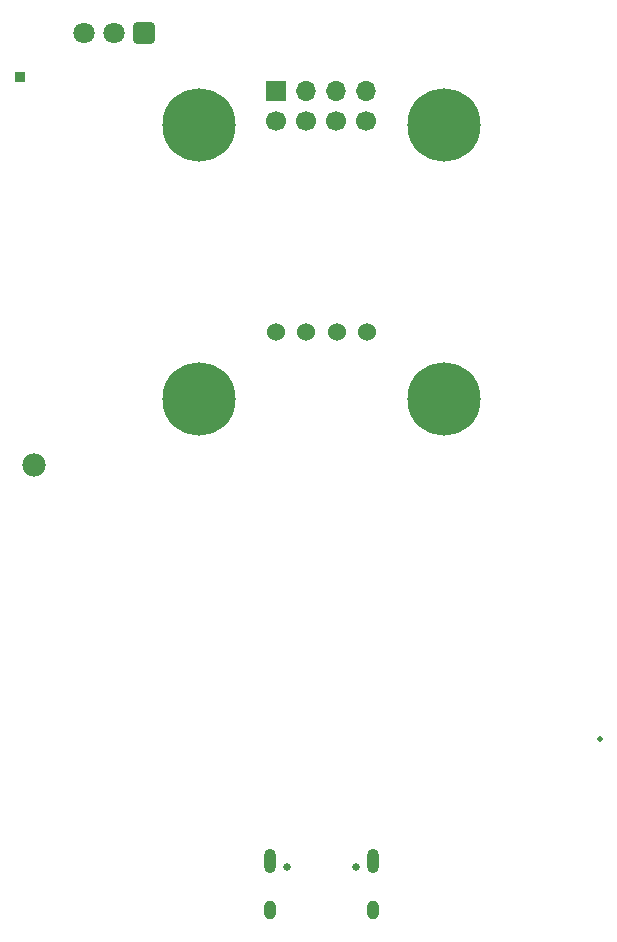
<source format=gbr>
G04 #@! TF.GenerationSoftware,KiCad,Pcbnew,6.0.11-2627ca5db0~126~ubuntu20.04.1*
G04 #@! TF.CreationDate,2023-09-01T18:57:17-05:00*
G04 #@! TF.ProjectId,iot-badge-915,696f742d-6261-4646-9765-2d3931352e6b,rev?*
G04 #@! TF.SameCoordinates,Original*
G04 #@! TF.FileFunction,Soldermask,Bot*
G04 #@! TF.FilePolarity,Negative*
%FSLAX46Y46*%
G04 Gerber Fmt 4.6, Leading zero omitted, Abs format (unit mm)*
G04 Created by KiCad (PCBNEW 6.0.11-2627ca5db0~126~ubuntu20.04.1) date 2023-09-01 18:57:17*
%MOMM*%
%LPD*%
G01*
G04 APERTURE LIST*
G04 Aperture macros list*
%AMRoundRect*
0 Rectangle with rounded corners*
0 $1 Rounding radius*
0 $2 $3 $4 $5 $6 $7 $8 $9 X,Y pos of 4 corners*
0 Add a 4 corners polygon primitive as box body*
4,1,4,$2,$3,$4,$5,$6,$7,$8,$9,$2,$3,0*
0 Add four circle primitives for the rounded corners*
1,1,$1+$1,$2,$3*
1,1,$1+$1,$4,$5*
1,1,$1+$1,$6,$7*
1,1,$1+$1,$8,$9*
0 Add four rect primitives between the rounded corners*
20,1,$1+$1,$2,$3,$4,$5,0*
20,1,$1+$1,$4,$5,$6,$7,0*
20,1,$1+$1,$6,$7,$8,$9,0*
20,1,$1+$1,$8,$9,$2,$3,0*%
G04 Aperture macros list end*
%ADD10C,0.500000*%
%ADD11C,1.980000*%
%ADD12C,0.650000*%
%ADD13O,1.000000X2.100000*%
%ADD14O,1.000000X1.600000*%
%ADD15C,6.200000*%
%ADD16C,1.700000*%
%ADD17C,1.524000*%
%ADD18RoundRect,0.248400X0.651600X0.651600X-0.651600X0.651600X-0.651600X-0.651600X0.651600X-0.651600X0*%
%ADD19C,1.800000*%
%ADD20R,0.850000X0.850000*%
%ADD21R,1.700000X1.700000*%
%ADD22O,1.700000X1.700000*%
G04 APERTURE END LIST*
D10*
X158560000Y-132400000D03*
D11*
X110650000Y-109200000D03*
D12*
X137890000Y-143196000D03*
X132110000Y-143196000D03*
D13*
X130680000Y-142666000D03*
D14*
X139320000Y-146846000D03*
X130680000Y-146846000D03*
D13*
X139320000Y-142666000D03*
D15*
X145350000Y-103548000D03*
X145350000Y-80348000D03*
X124650000Y-80348000D03*
X124650000Y-103548000D03*
D16*
X131190000Y-79998000D03*
X133730000Y-79998000D03*
X136270000Y-79998000D03*
X138810000Y-79998000D03*
D17*
X131137000Y-97898000D03*
X133677000Y-97898000D03*
X136323000Y-97898000D03*
X138863000Y-97898000D03*
D18*
X120000000Y-72600000D03*
D19*
X117460000Y-72600000D03*
X114920000Y-72600000D03*
D20*
X109450000Y-76300000D03*
D21*
X131190000Y-77458000D03*
D22*
X133730000Y-77458000D03*
X136270000Y-77458000D03*
X138810000Y-77458000D03*
M02*

</source>
